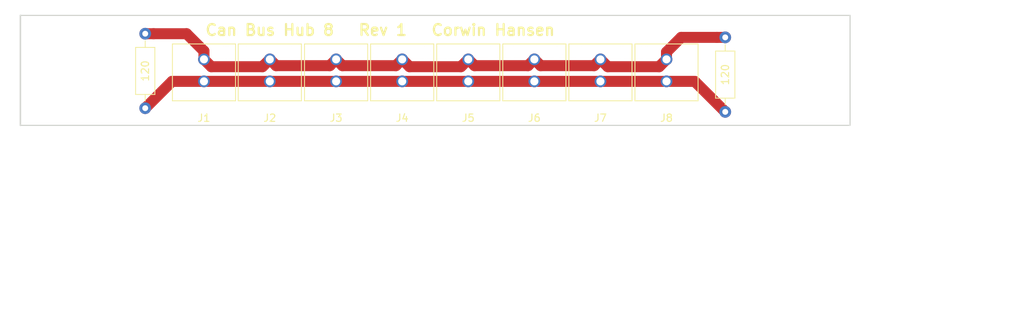
<source format=kicad_pcb>
(kicad_pcb (version 20171130) (host pcbnew "(2018-02-08 revision b04b1dc)-master")

  (general
    (thickness 1.6)
    (drawings 7)
    (tracks 47)
    (zones 0)
    (modules 16)
    (nets 3)
  )

  (page A4)
  (title_block
    (title "CAN Bus Hub 8")
    (date 2018-02-10)
    (rev 1)
  )

  (layers
    (0 F.Cu signal)
    (31 B.Cu signal)
    (32 B.Adhes user)
    (33 F.Adhes user)
    (34 B.Paste user)
    (35 F.Paste user)
    (36 B.SilkS user)
    (37 F.SilkS user)
    (38 B.Mask user)
    (39 F.Mask user)
    (40 Dwgs.User user)
    (41 Cmts.User user)
    (42 Eco1.User user)
    (43 Eco2.User user)
    (44 Edge.Cuts user)
    (45 Margin user)
    (46 B.CrtYd user)
    (47 F.CrtYd user)
    (48 B.Fab user)
    (49 F.Fab user)
  )

  (setup
    (last_trace_width 1.5)
    (trace_clearance 0.5)
    (zone_clearance 0.508)
    (zone_45_only no)
    (trace_min 0.2)
    (segment_width 0.2)
    (edge_width 0.15)
    (via_size 0.8)
    (via_drill 0.4)
    (via_min_size 0.4)
    (via_min_drill 0.3)
    (uvia_size 0.3)
    (uvia_drill 0.1)
    (uvias_allowed no)
    (uvia_min_size 0.2)
    (uvia_min_drill 0.1)
    (pcb_text_width 0.3)
    (pcb_text_size 1.5 1.5)
    (mod_edge_width 0.15)
    (mod_text_size 1 1)
    (mod_text_width 0.15)
    (pad_size 1.524 1.524)
    (pad_drill 0.762)
    (pad_to_mask_clearance 0.2)
    (aux_axis_origin 0 0)
    (visible_elements FFFFFF7F)
    (pcbplotparams
      (layerselection 0x010fc_ffffffff)
      (usegerberextensions false)
      (usegerberattributes false)
      (usegerberadvancedattributes false)
      (creategerberjobfile false)
      (excludeedgelayer true)
      (linewidth 0.100000)
      (plotframeref false)
      (viasonmask false)
      (mode 1)
      (useauxorigin false)
      (hpglpennumber 1)
      (hpglpenspeed 20)
      (hpglpendiameter 15)
      (psnegative false)
      (psa4output false)
      (plotreference true)
      (plotvalue true)
      (plotinvisibletext false)
      (padsonsilk false)
      (subtractmaskfromsilk false)
      (outputformat 1)
      (mirror false)
      (drillshape 0)
      (scaleselection 1)
      (outputdirectory "../CAN Bus Hub 8 Gerber/"))
  )

  (net 0 "")
  (net 1 "Net-(J1-Pad2)")
  (net 2 "Net-(J1-Pad1)")

  (net_class Default "This is the default net class."
    (clearance 0.5)
    (trace_width 1.5)
    (via_dia 0.8)
    (via_drill 0.4)
    (uvia_dia 0.3)
    (uvia_drill 0.1)
    (add_net "Net-(J1-Pad1)")
    (add_net "Net-(J1-Pad2)")
  )

  (module Connectors_Molex:Molex_Microfit3_Header_02x01_Straight_43045-0228 (layer F.Cu) (tedit 55B722EF) (tstamp 5A807FDB)
    (at 143 77)
    (descr "Microfit3 Header Straight 02x01 43045-0228")
    (tags "connector Microfit 02x01 header straight 3mm")
    (path /5A7FE360)
    (fp_text reference J8 (at 0 5) (layer F.SilkS)
      (effects (font (size 1 1) (thickness 0.15)))
    )
    (fp_text value Conn_01x02 (at 0 -7) (layer F.Fab)
      (effects (font (size 1 1) (thickness 0.15)))
    )
    (fp_line (start 4.5 2.85) (end 4.5 -5.3) (layer F.CrtYd) (width 0.05))
    (fp_line (start 4.5 2.85) (end -4.5 2.85) (layer F.CrtYd) (width 0.05))
    (fp_line (start -4.5 2.85) (end -4.5 -5.3) (layer F.CrtYd) (width 0.05))
    (fp_line (start 4.5 -5.3) (end -4.5 -5.3) (layer F.CrtYd) (width 0.05))
    (fp_line (start 4.3 2.65) (end 4.3 -5.1) (layer F.SilkS) (width 0.12))
    (fp_line (start -4.3 2.65) (end -4.3 -5.1) (layer F.SilkS) (width 0.12))
    (fp_line (start 4.3 2.65) (end -4.3 2.65) (layer F.SilkS) (width 0.12))
    (fp_line (start 4.3 -5.1) (end -4.3 -5.1) (layer F.SilkS) (width 0.12))
    (pad "" np_thru_hole circle (at -3 -4) (size 1.1 1.1) (drill 1.1) (layers *.Cu *.Mask))
    (pad 1 thru_hole circle (at 0 0) (size 1.6 1.6) (drill 1.1) (layers *.Cu *.Mask)
      (net 2 "Net-(J1-Pad1)"))
    (pad 2 thru_hole circle (at 0 -3) (size 1.6 1.6) (drill 1.1) (layers *.Cu *.Mask)
      (net 1 "Net-(J1-Pad2)"))
    (pad "" np_thru_hole circle (at 3 -3.94) (size 1.1 1.1) (drill 1.1) (layers *.Cu *.Mask))
    (model ${KISYS3DMOD}/Connectors_Molex.3dshapes/Molex_Microfit3_Header_02x01_Straight_43045-0228.wrl
      (at (xyz 0 0 0))
      (scale (xyz 1 1 1))
      (rotate (xyz 0 0 0))
    )
  )

  (module Resistors_THT:R_Axial_DIN0207_L6.3mm_D2.5mm_P10.16mm_Horizontal (layer F.Cu) (tedit 5A7FBC52) (tstamp 5A800258)
    (at 151 71 270)
    (descr "Resistor, Axial_DIN0207 series, Axial, Horizontal, pin pitch=10.16mm, 0.25W = 1/4W, length*diameter=6.3*2.5mm^2, http://cdn-reichelt.de/documents/datenblatt/B400/1_4W%23YAG.pdf")
    (tags "Resistor Axial_DIN0207 series Axial Horizontal pin pitch 10.16mm 0.25W = 1/4W length 6.3mm diameter 2.5mm")
    (path /5A8087FE)
    (fp_text reference R2 (at 5.08 -2.31 270) (layer F.SilkS) hide
      (effects (font (size 1 1) (thickness 0.15)))
    )
    (fp_text value 120 (at 5.08 0 270) (layer F.SilkS)
      (effects (font (size 1 1) (thickness 0.15)))
    )
    (fp_line (start 1.93 -1.25) (end 1.93 1.25) (layer F.Fab) (width 0.1))
    (fp_line (start 1.93 1.25) (end 8.23 1.25) (layer F.Fab) (width 0.1))
    (fp_line (start 8.23 1.25) (end 8.23 -1.25) (layer F.Fab) (width 0.1))
    (fp_line (start 8.23 -1.25) (end 1.93 -1.25) (layer F.Fab) (width 0.1))
    (fp_line (start 0 0) (end 1.93 0) (layer F.Fab) (width 0.1))
    (fp_line (start 10.16 0) (end 8.23 0) (layer F.Fab) (width 0.1))
    (fp_line (start 1.87 -1.31) (end 1.87 1.31) (layer F.SilkS) (width 0.12))
    (fp_line (start 1.87 1.31) (end 8.29 1.31) (layer F.SilkS) (width 0.12))
    (fp_line (start 8.29 1.31) (end 8.29 -1.31) (layer F.SilkS) (width 0.12))
    (fp_line (start 8.29 -1.31) (end 1.87 -1.31) (layer F.SilkS) (width 0.12))
    (fp_line (start 0.98 0) (end 1.87 0) (layer F.SilkS) (width 0.12))
    (fp_line (start 9.18 0) (end 8.29 0) (layer F.SilkS) (width 0.12))
    (fp_line (start -1.05 -1.6) (end -1.05 1.6) (layer F.CrtYd) (width 0.05))
    (fp_line (start -1.05 1.6) (end 11.25 1.6) (layer F.CrtYd) (width 0.05))
    (fp_line (start 11.25 1.6) (end 11.25 -1.6) (layer F.CrtYd) (width 0.05))
    (fp_line (start 11.25 -1.6) (end -1.05 -1.6) (layer F.CrtYd) (width 0.05))
    (pad 1 thru_hole circle (at 0 0 270) (size 1.6 1.6) (drill 0.8) (layers *.Cu *.Mask)
      (net 1 "Net-(J1-Pad2)"))
    (pad 2 thru_hole oval (at 10.16 0 270) (size 1.6 1.6) (drill 0.8) (layers *.Cu *.Mask)
      (net 2 "Net-(J1-Pad1)"))
    (model ${KISYS3DMOD}/Resistors_THT.3dshapes/R_Axial_DIN0207_L6.3mm_D2.5mm_P10.16mm_Horizontal.wrl
      (at (xyz 0 0 0))
      (scale (xyz 0.393701 0.393701 0.393701))
      (rotate (xyz 0 0 0))
    )
  )

  (module Connectors_Molex:Molex_Microfit3_Header_02x01_Straight_43045-0228 (layer F.Cu) (tedit 55B722EF) (tstamp 5A807F6B)
    (at 80 77)
    (descr "Microfit3 Header Straight 02x01 43045-0228")
    (tags "connector Microfit 02x01 header straight 3mm")
    (path /5A7F9FC2)
    (fp_text reference J1 (at 0 5) (layer F.SilkS)
      (effects (font (size 1 1) (thickness 0.15)))
    )
    (fp_text value Conn_01x02 (at 0 -7) (layer F.Fab)
      (effects (font (size 1 1) (thickness 0.15)))
    )
    (fp_line (start 4.3 -5.1) (end -4.3 -5.1) (layer F.SilkS) (width 0.12))
    (fp_line (start 4.3 2.65) (end -4.3 2.65) (layer F.SilkS) (width 0.12))
    (fp_line (start -4.3 2.65) (end -4.3 -5.1) (layer F.SilkS) (width 0.12))
    (fp_line (start 4.3 2.65) (end 4.3 -5.1) (layer F.SilkS) (width 0.12))
    (fp_line (start 4.5 -5.3) (end -4.5 -5.3) (layer F.CrtYd) (width 0.05))
    (fp_line (start -4.5 2.85) (end -4.5 -5.3) (layer F.CrtYd) (width 0.05))
    (fp_line (start 4.5 2.85) (end -4.5 2.85) (layer F.CrtYd) (width 0.05))
    (fp_line (start 4.5 2.85) (end 4.5 -5.3) (layer F.CrtYd) (width 0.05))
    (pad "" np_thru_hole circle (at 3 -3.94) (size 1.1 1.1) (drill 1.1) (layers *.Cu *.Mask))
    (pad 2 thru_hole circle (at 0 -3) (size 1.6 1.6) (drill 1.1) (layers *.Cu *.Mask)
      (net 1 "Net-(J1-Pad2)"))
    (pad 1 thru_hole circle (at 0 0) (size 1.6 1.6) (drill 1.1) (layers *.Cu *.Mask)
      (net 2 "Net-(J1-Pad1)"))
    (pad "" np_thru_hole circle (at -3 -4) (size 1.1 1.1) (drill 1.1) (layers *.Cu *.Mask))
    (model ${KISYS3DMOD}/Connectors_Molex.3dshapes/Molex_Microfit3_Header_02x01_Straight_43045-0228.wrl
      (at (xyz 0 0 0))
      (scale (xyz 1 1 1))
      (rotate (xyz 0 0 0))
    )
  )

  (module Connectors_Molex:Molex_Microfit3_Header_02x01_Straight_43045-0228 (layer F.Cu) (tedit 55B722EF) (tstamp 5A807F7B)
    (at 88.97 77)
    (descr "Microfit3 Header Straight 02x01 43045-0228")
    (tags "connector Microfit 02x01 header straight 3mm")
    (path /5A7FDEC4)
    (fp_text reference J2 (at 0 5) (layer F.SilkS)
      (effects (font (size 1 1) (thickness 0.15)))
    )
    (fp_text value Conn_01x02 (at 0 -7) (layer F.Fab)
      (effects (font (size 1 1) (thickness 0.15)))
    )
    (fp_line (start 4.5 2.85) (end 4.5 -5.3) (layer F.CrtYd) (width 0.05))
    (fp_line (start 4.5 2.85) (end -4.5 2.85) (layer F.CrtYd) (width 0.05))
    (fp_line (start -4.5 2.85) (end -4.5 -5.3) (layer F.CrtYd) (width 0.05))
    (fp_line (start 4.5 -5.3) (end -4.5 -5.3) (layer F.CrtYd) (width 0.05))
    (fp_line (start 4.3 2.65) (end 4.3 -5.1) (layer F.SilkS) (width 0.12))
    (fp_line (start -4.3 2.65) (end -4.3 -5.1) (layer F.SilkS) (width 0.12))
    (fp_line (start 4.3 2.65) (end -4.3 2.65) (layer F.SilkS) (width 0.12))
    (fp_line (start 4.3 -5.1) (end -4.3 -5.1) (layer F.SilkS) (width 0.12))
    (pad "" np_thru_hole circle (at -3 -4) (size 1.1 1.1) (drill 1.1) (layers *.Cu *.Mask))
    (pad 1 thru_hole circle (at 0 0) (size 1.6 1.6) (drill 1.1) (layers *.Cu *.Mask)
      (net 2 "Net-(J1-Pad1)"))
    (pad 2 thru_hole circle (at 0 -3) (size 1.6 1.6) (drill 1.1) (layers *.Cu *.Mask)
      (net 1 "Net-(J1-Pad2)"))
    (pad "" np_thru_hole circle (at 3 -3.94) (size 1.1 1.1) (drill 1.1) (layers *.Cu *.Mask))
    (model ${KISYS3DMOD}/Connectors_Molex.3dshapes/Molex_Microfit3_Header_02x01_Straight_43045-0228.wrl
      (at (xyz 0 0 0))
      (scale (xyz 1 1 1))
      (rotate (xyz 0 0 0))
    )
  )

  (module Connectors_Molex:Molex_Microfit3_Header_02x01_Straight_43045-0228 (layer F.Cu) (tedit 55B722EF) (tstamp 5A807F8B)
    (at 98 77)
    (descr "Microfit3 Header Straight 02x01 43045-0228")
    (tags "connector Microfit 02x01 header straight 3mm")
    (path /5A7FDEF8)
    (fp_text reference J3 (at 0 5) (layer F.SilkS)
      (effects (font (size 1 1) (thickness 0.15)))
    )
    (fp_text value Conn_01x02 (at 0 -7) (layer F.Fab)
      (effects (font (size 1 1) (thickness 0.15)))
    )
    (fp_line (start 4.3 -5.1) (end -4.3 -5.1) (layer F.SilkS) (width 0.12))
    (fp_line (start 4.3 2.65) (end -4.3 2.65) (layer F.SilkS) (width 0.12))
    (fp_line (start -4.3 2.65) (end -4.3 -5.1) (layer F.SilkS) (width 0.12))
    (fp_line (start 4.3 2.65) (end 4.3 -5.1) (layer F.SilkS) (width 0.12))
    (fp_line (start 4.5 -5.3) (end -4.5 -5.3) (layer F.CrtYd) (width 0.05))
    (fp_line (start -4.5 2.85) (end -4.5 -5.3) (layer F.CrtYd) (width 0.05))
    (fp_line (start 4.5 2.85) (end -4.5 2.85) (layer F.CrtYd) (width 0.05))
    (fp_line (start 4.5 2.85) (end 4.5 -5.3) (layer F.CrtYd) (width 0.05))
    (pad "" np_thru_hole circle (at 3 -3.94) (size 1.1 1.1) (drill 1.1) (layers *.Cu *.Mask))
    (pad 2 thru_hole circle (at 0 -3) (size 1.6 1.6) (drill 1.1) (layers *.Cu *.Mask)
      (net 1 "Net-(J1-Pad2)"))
    (pad 1 thru_hole circle (at 0 0) (size 1.6 1.6) (drill 1.1) (layers *.Cu *.Mask)
      (net 2 "Net-(J1-Pad1)"))
    (pad "" np_thru_hole circle (at -3 -4) (size 1.1 1.1) (drill 1.1) (layers *.Cu *.Mask))
    (model ${KISYS3DMOD}/Connectors_Molex.3dshapes/Molex_Microfit3_Header_02x01_Straight_43045-0228.wrl
      (at (xyz 0 0 0))
      (scale (xyz 1 1 1))
      (rotate (xyz 0 0 0))
    )
  )

  (module Connectors_Molex:Molex_Microfit3_Header_02x01_Straight_43045-0228 (layer F.Cu) (tedit 55B722EF) (tstamp 5A807F9B)
    (at 107 77)
    (descr "Microfit3 Header Straight 02x01 43045-0228")
    (tags "connector Microfit 02x01 header straight 3mm")
    (path /5A7FDF51)
    (fp_text reference J4 (at 0 5) (layer F.SilkS)
      (effects (font (size 1 1) (thickness 0.15)))
    )
    (fp_text value Conn_01x02 (at 0 -7) (layer F.Fab)
      (effects (font (size 1 1) (thickness 0.15)))
    )
    (fp_line (start 4.5 2.85) (end 4.5 -5.3) (layer F.CrtYd) (width 0.05))
    (fp_line (start 4.5 2.85) (end -4.5 2.85) (layer F.CrtYd) (width 0.05))
    (fp_line (start -4.5 2.85) (end -4.5 -5.3) (layer F.CrtYd) (width 0.05))
    (fp_line (start 4.5 -5.3) (end -4.5 -5.3) (layer F.CrtYd) (width 0.05))
    (fp_line (start 4.3 2.65) (end 4.3 -5.1) (layer F.SilkS) (width 0.12))
    (fp_line (start -4.3 2.65) (end -4.3 -5.1) (layer F.SilkS) (width 0.12))
    (fp_line (start 4.3 2.65) (end -4.3 2.65) (layer F.SilkS) (width 0.12))
    (fp_line (start 4.3 -5.1) (end -4.3 -5.1) (layer F.SilkS) (width 0.12))
    (pad "" np_thru_hole circle (at -3 -4) (size 1.1 1.1) (drill 1.1) (layers *.Cu *.Mask))
    (pad 1 thru_hole circle (at 0 0) (size 1.6 1.6) (drill 1.1) (layers *.Cu *.Mask)
      (net 2 "Net-(J1-Pad1)"))
    (pad 2 thru_hole circle (at 0 -3) (size 1.6 1.6) (drill 1.1) (layers *.Cu *.Mask)
      (net 1 "Net-(J1-Pad2)"))
    (pad "" np_thru_hole circle (at 3 -3.94) (size 1.1 1.1) (drill 1.1) (layers *.Cu *.Mask))
    (model ${KISYS3DMOD}/Connectors_Molex.3dshapes/Molex_Microfit3_Header_02x01_Straight_43045-0228.wrl
      (at (xyz 0 0 0))
      (scale (xyz 1 1 1))
      (rotate (xyz 0 0 0))
    )
  )

  (module Connectors_Molex:Molex_Microfit3_Header_02x01_Straight_43045-0228 (layer F.Cu) (tedit 55B722EF) (tstamp 5A807FAB)
    (at 116 77)
    (descr "Microfit3 Header Straight 02x01 43045-0228")
    (tags "connector Microfit 02x01 header straight 3mm")
    (path /5A7FDFD6)
    (fp_text reference J5 (at 0 5) (layer F.SilkS)
      (effects (font (size 1 1) (thickness 0.15)))
    )
    (fp_text value Conn_01x02 (at 0 -7) (layer F.Fab)
      (effects (font (size 1 1) (thickness 0.15)))
    )
    (fp_line (start 4.3 -5.1) (end -4.3 -5.1) (layer F.SilkS) (width 0.12))
    (fp_line (start 4.3 2.65) (end -4.3 2.65) (layer F.SilkS) (width 0.12))
    (fp_line (start -4.3 2.65) (end -4.3 -5.1) (layer F.SilkS) (width 0.12))
    (fp_line (start 4.3 2.65) (end 4.3 -5.1) (layer F.SilkS) (width 0.12))
    (fp_line (start 4.5 -5.3) (end -4.5 -5.3) (layer F.CrtYd) (width 0.05))
    (fp_line (start -4.5 2.85) (end -4.5 -5.3) (layer F.CrtYd) (width 0.05))
    (fp_line (start 4.5 2.85) (end -4.5 2.85) (layer F.CrtYd) (width 0.05))
    (fp_line (start 4.5 2.85) (end 4.5 -5.3) (layer F.CrtYd) (width 0.05))
    (pad "" np_thru_hole circle (at 3 -3.94) (size 1.1 1.1) (drill 1.1) (layers *.Cu *.Mask))
    (pad 2 thru_hole circle (at 0 -3) (size 1.6 1.6) (drill 1.1) (layers *.Cu *.Mask)
      (net 1 "Net-(J1-Pad2)"))
    (pad 1 thru_hole circle (at 0 0) (size 1.6 1.6) (drill 1.1) (layers *.Cu *.Mask)
      (net 2 "Net-(J1-Pad1)"))
    (pad "" np_thru_hole circle (at -3 -4) (size 1.1 1.1) (drill 1.1) (layers *.Cu *.Mask))
    (model ${KISYS3DMOD}/Connectors_Molex.3dshapes/Molex_Microfit3_Header_02x01_Straight_43045-0228.wrl
      (at (xyz 0 0 0))
      (scale (xyz 1 1 1))
      (rotate (xyz 0 0 0))
    )
  )

  (module Connectors_Molex:Molex_Microfit3_Header_02x01_Straight_43045-0228 (layer F.Cu) (tedit 55B722EF) (tstamp 5A807FBB)
    (at 125 77)
    (descr "Microfit3 Header Straight 02x01 43045-0228")
    (tags "connector Microfit 02x01 header straight 3mm")
    (path /5A7FE09E)
    (fp_text reference J6 (at 0 5) (layer F.SilkS)
      (effects (font (size 1 1) (thickness 0.15)))
    )
    (fp_text value Conn_01x02 (at 0 -7) (layer F.Fab)
      (effects (font (size 1 1) (thickness 0.15)))
    )
    (fp_line (start 4.5 2.85) (end 4.5 -5.3) (layer F.CrtYd) (width 0.05))
    (fp_line (start 4.5 2.85) (end -4.5 2.85) (layer F.CrtYd) (width 0.05))
    (fp_line (start -4.5 2.85) (end -4.5 -5.3) (layer F.CrtYd) (width 0.05))
    (fp_line (start 4.5 -5.3) (end -4.5 -5.3) (layer F.CrtYd) (width 0.05))
    (fp_line (start 4.3 2.65) (end 4.3 -5.1) (layer F.SilkS) (width 0.12))
    (fp_line (start -4.3 2.65) (end -4.3 -5.1) (layer F.SilkS) (width 0.12))
    (fp_line (start 4.3 2.65) (end -4.3 2.65) (layer F.SilkS) (width 0.12))
    (fp_line (start 4.3 -5.1) (end -4.3 -5.1) (layer F.SilkS) (width 0.12))
    (pad "" np_thru_hole circle (at -3 -4) (size 1.1 1.1) (drill 1.1) (layers *.Cu *.Mask))
    (pad 1 thru_hole circle (at 0 0) (size 1.6 1.6) (drill 1.1) (layers *.Cu *.Mask)
      (net 2 "Net-(J1-Pad1)"))
    (pad 2 thru_hole circle (at 0 -3) (size 1.6 1.6) (drill 1.1) (layers *.Cu *.Mask)
      (net 1 "Net-(J1-Pad2)"))
    (pad "" np_thru_hole circle (at 3 -3.94) (size 1.1 1.1) (drill 1.1) (layers *.Cu *.Mask))
    (model ${KISYS3DMOD}/Connectors_Molex.3dshapes/Molex_Microfit3_Header_02x01_Straight_43045-0228.wrl
      (at (xyz 0 0 0))
      (scale (xyz 1 1 1))
      (rotate (xyz 0 0 0))
    )
  )

  (module Connectors_Molex:Molex_Microfit3_Header_02x01_Straight_43045-0228 (layer F.Cu) (tedit 55B722EF) (tstamp 5A807FCB)
    (at 134 77)
    (descr "Microfit3 Header Straight 02x01 43045-0228")
    (tags "connector Microfit 02x01 header straight 3mm")
    (path /5A7FE1E7)
    (fp_text reference J7 (at 0 5) (layer F.SilkS)
      (effects (font (size 1 1) (thickness 0.15)))
    )
    (fp_text value Conn_01x02 (at 0 -7) (layer F.Fab)
      (effects (font (size 1 1) (thickness 0.15)))
    )
    (fp_line (start 4.3 -5.1) (end -4.3 -5.1) (layer F.SilkS) (width 0.12))
    (fp_line (start 4.3 2.65) (end -4.3 2.65) (layer F.SilkS) (width 0.12))
    (fp_line (start -4.3 2.65) (end -4.3 -5.1) (layer F.SilkS) (width 0.12))
    (fp_line (start 4.3 2.65) (end 4.3 -5.1) (layer F.SilkS) (width 0.12))
    (fp_line (start 4.5 -5.3) (end -4.5 -5.3) (layer F.CrtYd) (width 0.05))
    (fp_line (start -4.5 2.85) (end -4.5 -5.3) (layer F.CrtYd) (width 0.05))
    (fp_line (start 4.5 2.85) (end -4.5 2.85) (layer F.CrtYd) (width 0.05))
    (fp_line (start 4.5 2.85) (end 4.5 -5.3) (layer F.CrtYd) (width 0.05))
    (pad "" np_thru_hole circle (at 3 -3.94) (size 1.1 1.1) (drill 1.1) (layers *.Cu *.Mask))
    (pad 2 thru_hole circle (at 0 -3) (size 1.6 1.6) (drill 1.1) (layers *.Cu *.Mask)
      (net 1 "Net-(J1-Pad2)"))
    (pad 1 thru_hole circle (at 0 0) (size 1.6 1.6) (drill 1.1) (layers *.Cu *.Mask)
      (net 2 "Net-(J1-Pad1)"))
    (pad "" np_thru_hole circle (at -3 -4) (size 1.1 1.1) (drill 1.1) (layers *.Cu *.Mask))
    (model ${KISYS3DMOD}/Connectors_Molex.3dshapes/Molex_Microfit3_Header_02x01_Straight_43045-0228.wrl
      (at (xyz 0 0 0))
      (scale (xyz 1 1 1))
      (rotate (xyz 0 0 0))
    )
  )

  (module Mounting_Holes:MountingHole_2.2mm_M2 (layer F.Cu) (tedit 5A7FBC36) (tstamp 5A817663)
    (at 67 71)
    (descr "Mounting Hole 2.2mm, no annular, M2")
    (tags "mounting hole 2.2mm no annular m2")
    (path /5A80D5E7)
    (attr virtual)
    (fp_text reference MK3 (at 0 -3.2) (layer F.SilkS) hide
      (effects (font (size 1 1) (thickness 0.15)))
    )
    (fp_text value Strain_Relief (at 0 -3.5) (layer F.Fab)
      (effects (font (size 1 1) (thickness 0.15)))
    )
    (fp_text user %R (at 0.3 0) (layer F.Fab)
      (effects (font (size 1 1) (thickness 0.15)))
    )
    (fp_circle (center 0 0) (end 2.2 0) (layer Cmts.User) (width 0.15))
    (fp_circle (center 0 0) (end 2.45 0) (layer F.CrtYd) (width 0.05))
    (pad 1 np_thru_hole circle (at 0 0) (size 2.2 2.2) (drill 2.2) (layers *.Cu *.Mask))
  )

  (module Mounting_Holes:MountingHole_2.2mm_M2 (layer F.Cu) (tedit 5A7FBC3B) (tstamp 5A81766B)
    (at 67 80)
    (descr "Mounting Hole 2.2mm, no annular, M2")
    (tags "mounting hole 2.2mm no annular m2")
    (path /5A80D63C)
    (attr virtual)
    (fp_text reference MK4 (at 0 -3.2) (layer F.SilkS) hide
      (effects (font (size 1 1) (thickness 0.15)))
    )
    (fp_text value Strain_Relief (at 0 4) (layer F.Fab)
      (effects (font (size 1 1) (thickness 0.15)))
    )
    (fp_circle (center 0 0) (end 2.45 0) (layer F.CrtYd) (width 0.05))
    (fp_circle (center 0 0) (end 2.2 0) (layer Cmts.User) (width 0.15))
    (fp_text user %R (at 0.3 0) (layer F.Fab)
      (effects (font (size 1 1) (thickness 0.15)))
    )
    (pad 1 np_thru_hole circle (at 0 0) (size 2.2 2.2) (drill 2.2) (layers *.Cu *.Mask))
  )

  (module Mounting_Holes:MountingHole_2.2mm_M2 (layer F.Cu) (tedit 5A7FBC45) (tstamp 5A800235)
    (at 156 71)
    (descr "Mounting Hole 2.2mm, no annular, M2")
    (tags "mounting hole 2.2mm no annular m2")
    (path /5A80D457)
    (attr virtual)
    (fp_text reference MK5 (at 0 -3.2) (layer F.SilkS) hide
      (effects (font (size 1 1) (thickness 0.15)))
    )
    (fp_text value Strain_Relief (at 0 -4.25) (layer F.Fab)
      (effects (font (size 1 1) (thickness 0.15)))
    )
    (fp_circle (center 0 0) (end 2.45 0) (layer F.CrtYd) (width 0.05))
    (fp_circle (center 0 0) (end 2.2 0) (layer Cmts.User) (width 0.15))
    (fp_text user %R (at 0.3 0) (layer F.Fab)
      (effects (font (size 1 1) (thickness 0.15)))
    )
    (pad 1 np_thru_hole circle (at 0 0) (size 2.2 2.2) (drill 2.2) (layers *.Cu *.Mask))
  )

  (module Mounting_Holes:MountingHole_2.2mm_M2 (layer F.Cu) (tedit 5A7FBC49) (tstamp 5A800220)
    (at 156 80)
    (descr "Mounting Hole 2.2mm, no annular, M2")
    (tags "mounting hole 2.2mm no annular m2")
    (path /5A80D712)
    (attr virtual)
    (fp_text reference MK6 (at 0 -3.2) (layer F.SilkS) hide
      (effects (font (size 1 1) (thickness 0.15)))
    )
    (fp_text value Strain_Relief (at 0 4) (layer F.Fab)
      (effects (font (size 1 1) (thickness 0.15)))
    )
    (fp_text user %R (at 0.3 0) (layer F.Fab)
      (effects (font (size 1 1) (thickness 0.15)))
    )
    (fp_circle (center 0 0) (end 2.2 0) (layer Cmts.User) (width 0.15))
    (fp_circle (center 0 0) (end 2.45 0) (layer F.CrtYd) (width 0.05))
    (pad 1 np_thru_hole circle (at 0 0) (size 2.2 2.2) (drill 2.2) (layers *.Cu *.Mask))
  )

  (module Resistors_THT:R_Axial_DIN0207_L6.3mm_D2.5mm_P10.16mm_Horizontal (layer F.Cu) (tedit 5A7FBC63) (tstamp 5A817921)
    (at 72 70.5 270)
    (descr "Resistor, Axial_DIN0207 series, Axial, Horizontal, pin pitch=10.16mm, 0.25W = 1/4W, length*diameter=6.3*2.5mm^2, http://cdn-reichelt.de/documents/datenblatt/B400/1_4W%23YAG.pdf")
    (tags "Resistor Axial_DIN0207 series Axial Horizontal pin pitch 10.16mm 0.25W = 1/4W length 6.3mm diameter 2.5mm")
    (path /5A80858C)
    (fp_text reference R1 (at 5.08 -2.31 270) (layer F.SilkS) hide
      (effects (font (size 1 1) (thickness 0.15)))
    )
    (fp_text value 120 (at 5.08 0 270) (layer F.SilkS)
      (effects (font (size 1 1) (thickness 0.15)))
    )
    (fp_line (start 11.25 -1.6) (end -1.05 -1.6) (layer F.CrtYd) (width 0.05))
    (fp_line (start 11.25 1.6) (end 11.25 -1.6) (layer F.CrtYd) (width 0.05))
    (fp_line (start -1.05 1.6) (end 11.25 1.6) (layer F.CrtYd) (width 0.05))
    (fp_line (start -1.05 -1.6) (end -1.05 1.6) (layer F.CrtYd) (width 0.05))
    (fp_line (start 9.18 0) (end 8.29 0) (layer F.SilkS) (width 0.12))
    (fp_line (start 0.98 0) (end 1.87 0) (layer F.SilkS) (width 0.12))
    (fp_line (start 8.29 -1.31) (end 1.87 -1.31) (layer F.SilkS) (width 0.12))
    (fp_line (start 8.29 1.31) (end 8.29 -1.31) (layer F.SilkS) (width 0.12))
    (fp_line (start 1.87 1.31) (end 8.29 1.31) (layer F.SilkS) (width 0.12))
    (fp_line (start 1.87 -1.31) (end 1.87 1.31) (layer F.SilkS) (width 0.12))
    (fp_line (start 10.16 0) (end 8.23 0) (layer F.Fab) (width 0.1))
    (fp_line (start 0 0) (end 1.93 0) (layer F.Fab) (width 0.1))
    (fp_line (start 8.23 -1.25) (end 1.93 -1.25) (layer F.Fab) (width 0.1))
    (fp_line (start 8.23 1.25) (end 8.23 -1.25) (layer F.Fab) (width 0.1))
    (fp_line (start 1.93 1.25) (end 8.23 1.25) (layer F.Fab) (width 0.1))
    (fp_line (start 1.93 -1.25) (end 1.93 1.25) (layer F.Fab) (width 0.1))
    (pad 2 thru_hole oval (at 10.16 0 270) (size 1.6 1.6) (drill 0.8) (layers *.Cu *.Mask)
      (net 2 "Net-(J1-Pad1)"))
    (pad 1 thru_hole circle (at 0 0 270) (size 1.6 1.6) (drill 0.8) (layers *.Cu *.Mask)
      (net 1 "Net-(J1-Pad2)"))
    (model ${KISYS3DMOD}/Resistors_THT.3dshapes/R_Axial_DIN0207_L6.3mm_D2.5mm_P10.16mm_Horizontal.wrl
      (at (xyz 0 0 0))
      (scale (xyz 0.393701 0.393701 0.393701))
      (rotate (xyz 0 0 0))
    )
  )

  (module Mounting_Holes:MountingHole_4.3mm_M4 (layer F.Cu) (tedit 5A7FBC2F) (tstamp 5A81B6E4)
    (at 60 75.5)
    (descr "Mounting Hole 4.3mm, no annular, M4")
    (tags "mounting hole 4.3mm no annular m4")
    (path /5A800CD5)
    (attr virtual)
    (fp_text reference MK1 (at 0 -5.3) (layer F.SilkS) hide
      (effects (font (size 1 1) (thickness 0.15)))
    )
    (fp_text value Mounting_Hole (at -2.25 5.75) (layer F.Fab)
      (effects (font (size 1 1) (thickness 0.15)))
    )
    (fp_circle (center 0 0) (end 4.55 0) (layer F.CrtYd) (width 0.05))
    (fp_circle (center 0 0) (end 4.3 0) (layer Cmts.User) (width 0.15))
    (fp_text user %R (at 0.3 0) (layer F.Fab)
      (effects (font (size 1 1) (thickness 0.15)))
    )
    (pad 1 np_thru_hole circle (at 0 0) (size 4.3 4.3) (drill 4.3) (layers *.Cu *.Mask))
  )

  (module Mounting_Holes:MountingHole_4.3mm_M4 (layer F.Cu) (tedit 5A7FBC41) (tstamp 5A80020B)
    (at 163 75.5)
    (descr "Mounting Hole 4.3mm, no annular, M4")
    (tags "mounting hole 4.3mm no annular m4")
    (path /5A800F5D)
    (attr virtual)
    (fp_text reference MK2 (at 0 -5.3) (layer F.SilkS) hide
      (effects (font (size 1 1) (thickness 0.15)))
    )
    (fp_text value Mounting_Hole (at 2.5 5.75) (layer F.Fab)
      (effects (font (size 1 1) (thickness 0.15)))
    )
    (fp_text user %R (at 0.3 0) (layer F.Fab)
      (effects (font (size 1 1) (thickness 0.15)))
    )
    (fp_circle (center 0 0) (end 4.3 0) (layer Cmts.User) (width 0.15))
    (fp_circle (center 0 0) (end 4.55 0) (layer F.CrtYd) (width 0.05))
    (pad 1 np_thru_hole circle (at 0 0) (size 4.3 4.3) (drill 4.3) (layers *.Cu *.Mask))
  )

  (gr_text "Can Bus Hub 8   Rev 1   Corwin Hansen" (at 104 70) (layer F.SilkS)
    (effects (font (size 1.5 1.5) (thickness 0.3)))
  )
  (dimension 113 (width 0.3) (layer Dwgs.User)
    (gr_text "113.000 mm" (at 111.5 109.35) (layer Dwgs.User)
      (effects (font (size 1.5 1.5) (thickness 0.3)))
    )
    (feature1 (pts (xy 168 83) (xy 168 110.7)))
    (feature2 (pts (xy 55 83) (xy 55 110.7)))
    (crossbar (pts (xy 55 108) (xy 168 108)))
    (arrow1a (pts (xy 168 108) (xy 166.873496 108.586421)))
    (arrow1b (pts (xy 168 108) (xy 166.873496 107.413579)))
    (arrow2a (pts (xy 55 108) (xy 56.126504 108.586421)))
    (arrow2b (pts (xy 55 108) (xy 56.126504 107.413579)))
  )
  (gr_line (start 168 83) (end 55 83) (layer Edge.Cuts) (width 0.15))
  (gr_line (start 55 68) (end 168 68) (layer Edge.Cuts) (width 0.15))
  (dimension 15 (width 0.3) (layer Dwgs.User)
    (gr_text "15.000 mm" (at 189.007145 75.5 90) (layer Dwgs.User)
      (effects (font (size 1.5 1.5) (thickness 0.3)))
    )
    (feature1 (pts (xy 167.657145 68) (xy 190.357145 68)))
    (feature2 (pts (xy 167.657145 83) (xy 190.357145 83)))
    (crossbar (pts (xy 187.657145 83) (xy 187.657145 68)))
    (arrow1a (pts (xy 187.657145 68) (xy 188.243566 69.126504)))
    (arrow1b (pts (xy 187.657145 68) (xy 187.070724 69.126504)))
    (arrow2a (pts (xy 187.657145 83) (xy 188.243566 81.873496)))
    (arrow2b (pts (xy 187.657145 83) (xy 187.070724 81.873496)))
  )
  (gr_line (start 168 68) (end 168 83) (layer Edge.Cuts) (width 0.15) (tstamp 5A800202))
  (gr_line (start 55 68) (end 55 83) (layer Edge.Cuts) (width 0.2))

  (segment (start 143 74) (end 143 73) (width 1.5) (layer F.Cu) (net 1))
  (segment (start 145 71) (end 149.86863 71) (width 1.5) (layer F.Cu) (net 1))
  (segment (start 149.86863 71) (end 151 71) (width 1.5) (layer F.Cu) (net 1))
  (segment (start 143 73) (end 145 71) (width 1.5) (layer F.Cu) (net 1))
  (segment (start 80 74) (end 80 72.86863) (width 1.5) (layer F.Cu) (net 1))
  (segment (start 73.13137 70.5) (end 72 70.5) (width 1.5) (layer F.Cu) (net 1))
  (segment (start 80 72.86863) (end 77.63137 70.5) (width 1.5) (layer F.Cu) (net 1))
  (segment (start 77.63137 70.5) (end 73.13137 70.5) (width 1.5) (layer F.Cu) (net 1))
  (segment (start 134 74) (end 135 75) (width 1.5) (layer F.Cu) (net 1))
  (segment (start 135 75) (end 142 75) (width 1.5) (layer F.Cu) (net 1))
  (segment (start 142 75) (end 142.200001 74.799999) (width 1.5) (layer F.Cu) (net 1))
  (segment (start 142.200001 74.799999) (end 143 74) (width 1.5) (layer F.Cu) (net 1))
  (segment (start 125 74) (end 125.860001 74.860001) (width 1.5) (layer F.Cu) (net 1))
  (segment (start 125.860001 74.860001) (end 133.139999 74.860001) (width 1.5) (layer F.Cu) (net 1))
  (segment (start 133.139999 74.860001) (end 133.200001 74.799999) (width 1.5) (layer F.Cu) (net 1))
  (segment (start 133.200001 74.799999) (end 134 74) (width 1.5) (layer F.Cu) (net 1))
  (segment (start 116 74) (end 116.860001 74.860001) (width 1.5) (layer F.Cu) (net 1))
  (segment (start 116.860001 74.860001) (end 124.139999 74.860001) (width 1.5) (layer F.Cu) (net 1))
  (segment (start 124.139999 74.860001) (end 124.200001 74.799999) (width 1.5) (layer F.Cu) (net 1))
  (segment (start 124.200001 74.799999) (end 125 74) (width 1.5) (layer F.Cu) (net 1))
  (segment (start 107 74) (end 108 75) (width 1.5) (layer F.Cu) (net 1))
  (segment (start 108 75) (end 115 75) (width 1.5) (layer F.Cu) (net 1))
  (segment (start 115 75) (end 115.200001 74.799999) (width 1.5) (layer F.Cu) (net 1))
  (segment (start 115.200001 74.799999) (end 116 74) (width 1.5) (layer F.Cu) (net 1))
  (segment (start 98 74) (end 98.860001 74.860001) (width 1.5) (layer F.Cu) (net 1))
  (segment (start 98.860001 74.860001) (end 106.139999 74.860001) (width 1.5) (layer F.Cu) (net 1))
  (segment (start 106.139999 74.860001) (end 106.200001 74.799999) (width 1.5) (layer F.Cu) (net 1))
  (segment (start 106.200001 74.799999) (end 107 74) (width 1.5) (layer F.Cu) (net 1))
  (segment (start 88.97 74) (end 89.830001 74.860001) (width 1.5) (layer F.Cu) (net 1))
  (segment (start 89.830001 74.860001) (end 97.139999 74.860001) (width 1.5) (layer F.Cu) (net 1))
  (segment (start 97.139999 74.860001) (end 97.200001 74.799999) (width 1.5) (layer F.Cu) (net 1))
  (segment (start 97.200001 74.799999) (end 98 74) (width 1.5) (layer F.Cu) (net 1))
  (segment (start 80 74) (end 81 75) (width 1.5) (layer F.Cu) (net 1))
  (segment (start 81 75) (end 87.97 75) (width 1.5) (layer F.Cu) (net 1))
  (segment (start 87.97 75) (end 88.170001 74.799999) (width 1.5) (layer F.Cu) (net 1))
  (segment (start 88.170001 74.799999) (end 88.97 74) (width 1.5) (layer F.Cu) (net 1))
  (segment (start 143 77) (end 146.84 77) (width 1.5) (layer F.Cu) (net 2))
  (segment (start 146.84 77) (end 151 81.16) (width 1.5) (layer F.Cu) (net 2))
  (segment (start 80 77) (end 75.66 77) (width 1.5) (layer F.Cu) (net 2))
  (segment (start 75.66 77) (end 72 80.66) (width 1.5) (layer F.Cu) (net 2))
  (segment (start 134 77) (end 143 77) (width 1.5) (layer F.Cu) (net 2))
  (segment (start 125 77) (end 134 77) (width 1.5) (layer F.Cu) (net 2))
  (segment (start 116 77) (end 125 77) (width 1.5) (layer F.Cu) (net 2))
  (segment (start 107 77) (end 116 77) (width 1.5) (layer F.Cu) (net 2))
  (segment (start 98 77) (end 107 77) (width 1.5) (layer F.Cu) (net 2))
  (segment (start 88.97 77) (end 98 77) (width 1.5) (layer F.Cu) (net 2))
  (segment (start 80 77) (end 88.97 77) (width 1.5) (layer F.Cu) (net 2))

)

</source>
